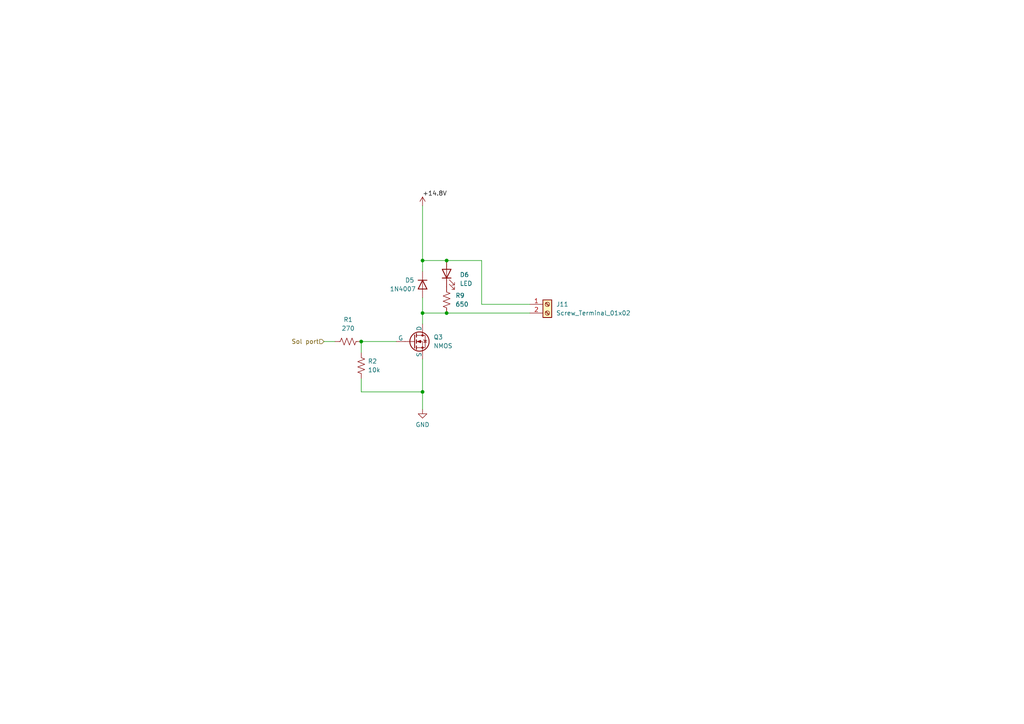
<source format=kicad_sch>
(kicad_sch (version 20230121) (generator eeschema)
  (paper "A4")
  (lib_symbols
    (symbol "Connector:Screw_Terminal_01x02" (pin_names (offset 1.016) hide)
      (property "Reference" "J" (at 0 2.54 0))
      (property "Value" "Screw_Terminal_01x02" (at 0 -5.08 0))
      (symbol "Screw_Terminal_01x02_1_1"
        (rectangle (start -1.27 1.27) (end 1.27 -3.81) (stroke (width 0.254)) (fill (type background)))
        (circle (center 0 -2.54) (radius 0.635) (stroke (width 0.1524)))
        (polyline (pts (xy -0.5334 -2.2098) (xy 0.3302 -3.048)) (stroke (width 0.1524)))
        (polyline (pts (xy -0.5334 0.3302) (xy 0.3302 -0.508)) (stroke (width 0.1524)))
        (polyline (pts (xy -0.3556 -2.032) (xy 0.508 -2.8702)) (stroke (width 0.1524)))
        (polyline (pts (xy -0.3556 0.508) (xy 0.508 -0.3302)) (stroke (width 0.1524)))
        (circle (center 0 0) (radius 0.635) (stroke (width 0.1524)))
        (pin passive line (at -5.08 0 0) (length 3.81) (name "Pin_1") (number "1"))
        (pin passive line (at -5.08 -2.54 0) (length 3.81) (name "Pin_2") (number "2"))
      )
    )
    (symbol "Device:LED" (pin_numbers hide) (pin_names (offset 1.016) hide)
      (property "Reference" "D" (at 0 2.54 0))
      (property "Value" "LED" (at 0 -2.54 0))
      (symbol "LED_0_1"
        (polyline (pts (xy -1.27 -1.27) (xy -1.27 1.27)) (stroke (width 0.254)))
        (polyline (pts (xy -1.27 0) (xy 1.27 0)))
        (polyline (pts (xy 1.27 -1.27) (xy 1.27 1.27) (xy -1.27 0) (xy 1.27 -1.27)) (stroke (width 0.254)))
        (polyline (pts (xy -3.048 -0.762) (xy -4.572 -2.286) (xy -3.81 -2.286) (xy -4.572 -2.286) (xy -4.572 -1.524)))
        (polyline (pts (xy -1.778 -0.762) (xy -3.302 -2.286) (xy -2.54 -2.286) (xy -3.302 -2.286) (xy -3.302 -1.524)))
      )
      (symbol "LED_1_1"
        (pin passive line (at -3.81 0 0) (length 2.54) (name "K") (number "1"))
        (pin passive line (at 3.81 0 180) (length 2.54) (name "A") (number "2"))
      )
    )
    (symbol "Device:R_US" (pin_numbers hide) (pin_names (offset 0))
      (property "Reference" "R" (at 2.54 0 90))
      (property "Value" "R_US" (at -2.54 0 90))
      (symbol "R_US_0_1"
        (polyline (pts (xy 0 -2.286) (xy 0 -2.54)))
        (polyline (pts (xy 0 2.286) (xy 0 2.54)))
        (polyline (pts (xy 0 -0.762) (xy 1.016 -1.143) (xy 0 -1.524) (xy -1.016 -1.905) (xy 0 -2.286)))
        (polyline (pts (xy 0 0.762) (xy 1.016 0.381) (xy 0 0) (xy -1.016 -0.381) (xy 0 -0.762)))
        (polyline (pts (xy 0 2.286) (xy 1.016 1.905) (xy 0 1.524) (xy -1.016 1.143) (xy 0 0.762)))
      )
      (symbol "R_US_1_1"
        (pin passive line (at 0 3.81 270) (length 1.27) (name "~") (number "1"))
        (pin passive line (at 0 -3.81 90) (length 1.27) (name "~") (number "2"))
      )
    )
    (symbol "Diode:1N4007" (pin_numbers hide) (pin_names hide)
      (property "Reference" "D" (at 0 2.54 0))
      (property "Value" "1N4007" (at 0 -2.54 0))
      (symbol "1N4007_0_1"
        (polyline (pts (xy -1.27 1.27) (xy -1.27 -1.27)) (stroke (width 0.254)))
        (polyline (pts (xy 1.27 0) (xy -1.27 0)))
        (polyline (pts (xy 1.27 1.27) (xy 1.27 -1.27) (xy -1.27 0) (xy 1.27 1.27)) (stroke (width 0.254)))
      )
      (symbol "1N4007_1_1"
        (pin passive line (at -3.81 0 0) (length 2.54) (name "K") (number "1"))
        (pin passive line (at 3.81 0 180) (length 2.54) (name "A") (number "2"))
      )
    )
    (symbol "Simulation_SPICE:NMOS" (pin_numbers hide) (pin_names (offset 0))
      (property "Reference" "Q" (at 5.08 1.27 0))
      (property "Value" "NMOS" (at 5.08 -1.27 0))
      (symbol "NMOS_0_1"
        (polyline (pts (xy 0.254 0) (xy -2.54 0)))
        (polyline (pts (xy 0.254 1.905) (xy 0.254 -1.905)) (stroke (width 0.254)))
        (polyline (pts (xy 0.762 -1.27) (xy 0.762 -2.286)) (stroke (width 0.254)))
        (polyline (pts (xy 0.762 0.508) (xy 0.762 -0.508)) (stroke (width 0.254)))
        (polyline (pts (xy 0.762 2.286) (xy 0.762 1.27)) (stroke (width 0.254)))
        (polyline (pts (xy 2.54 2.54) (xy 2.54 1.778)))
        (polyline (pts (xy 2.54 -2.54) (xy 2.54 0) (xy 0.762 0)))
        (polyline (pts (xy 0.762 -1.778) (xy 3.302 -1.778) (xy 3.302 1.778) (xy 0.762 1.778)))
        (polyline (pts (xy 1.016 0) (xy 2.032 0.381) (xy 2.032 -0.381) (xy 1.016 0)) (fill (type outline)))
        (polyline (pts (xy 2.794 0.508) (xy 2.921 0.381) (xy 3.683 0.381) (xy 3.81 0.254)))
        (polyline (pts (xy 3.302 0.381) (xy 2.921 -0.254) (xy 3.683 -0.254) (xy 3.302 0.381)))
        (circle (center 1.651 0) (radius 2.794) (stroke (width 0.254)))
        (circle (center 2.54 -1.778) (radius 0.254) (fill (type outline)))
        (circle (center 2.54 1.778) (radius 0.254) (fill (type outline)))
      )
      (symbol "NMOS_1_1"
        (pin passive line (at 2.54 5.08 270) (length 2.54) (name "D") (number "1"))
        (pin input line (at -5.08 0 0) (length 2.54) (name "G") (number "2"))
        (pin passive line (at 2.54 -5.08 90) (length 2.54) (name "S") (number "3"))
      )
    )
    (symbol "power:+12V" (power) (pin_names (offset 0))
      (property "Value" "+12V" (at 0 3.556 0))
      (symbol "+12V_0_1"
        (polyline (pts (xy -0.762 1.27) (xy 0 2.54)))
        (polyline (pts (xy 0 0) (xy 0 2.54)))
        (polyline (pts (xy 0 2.54) (xy 0.762 1.27)))
      )
      (symbol "+12V_1_1"
        (pin power_in line (at 0 0 90) (length 0) hide (name "+12V") (number "1"))
      )
    )
    (symbol "power:GND" (power) (pin_names (offset 0))
      (property "Value" "GND" (at 0 -3.81 0))
      (symbol "GND_0_1"
        (polyline (pts (xy 0 0) (xy 0 -1.27) (xy 1.27 -1.27) (xy 0 -2.54) (xy -1.27 -1.27) (xy 0 -1.27)))
      )
      (symbol "GND_1_1"
        (pin power_in line (at 0 0 270) (length 0) hide (name "GND") (number "1"))
      )
    )
  )
  (junction (at 122.555 75.565))
  (junction (at 129.54 75.565))
  (junction (at 122.555 90.805))
  (junction (at 104.775 99.06))
  (junction (at 122.555 113.665))
  (junction (at 129.54 90.805))
  (wire (pts (xy 104.775 109.855) (xy 104.775 113.665)))
  (wire (pts (xy 104.775 99.06) (xy 104.775 102.235)))
  (wire (pts (xy 122.555 86.36) (xy 122.555 90.805)))
  (wire (pts (xy 104.775 99.06) (xy 114.935 99.06)))
  (wire (pts (xy 104.775 113.665) (xy 122.555 113.665)))
  (wire (pts (xy 139.7 75.565) (xy 139.7 88.265)))
  (wire (pts (xy 122.555 90.805) (xy 129.54 90.805)))
  (wire (pts (xy 93.98 99.06) (xy 97.155 99.06)))
  (wire (pts (xy 122.555 90.805) (xy 122.555 93.98)))
  (wire (pts (xy 129.54 75.565) (xy 139.7 75.565)))
  (wire (pts (xy 129.54 90.805) (xy 153.67 90.805)))
  (wire (pts (xy 122.555 75.565) (xy 129.54 75.565)))
  (wire (pts (xy 122.555 104.14) (xy 122.555 113.665)))
  (wire (pts (xy 122.555 113.665) (xy 122.555 118.745)))
  (wire (pts (xy 122.555 75.565) (xy 122.555 78.74)))
  (wire (pts (xy 122.555 59.69) (xy 122.555 75.565)))
  (wire (pts (xy 139.7 88.265) (xy 153.67 88.265)))
  (label "+14.8V" (at 122.555 57.15 0))
  (hierarchical_label "Sol port" (shape input) (at 93.98 99.06 180))
  (symbol (lib_id "Simulation_SPICE:NMOS") (at 120.015 99.06 0) (unit 1)
    (property "Reference" "Q3" (at 125.73 97.79 0) (effects (justify left)))
    (property "Value" "NMOS" (at 125.73 100.33 0) (effects (justify left)))
    (property "Datasheet" "https://ngspice.sourceforge.io/docs/ngspice-manual.pdf" (effects hide))
    (property "Sim.Device" "NMOS" (effects hide))
    (property "Sim.Type" "VDMOS" (effects hide))
    (property "Sim.Pins" "1=D 2=G 3=S" (effects hide))
  )
  (symbol (lib_id "Device:LED") (at 129.54 79.375 90) (unit 1)
    (property "Reference" "D6" (at 133.35 79.6925 90) (effects (justify right)))
    (property "Value" "LED" (at 133.35 82.2325 90) (effects (justify right)))
  )
  (symbol (lib_id "Connector:Screw_Terminal_01x02") (at 158.75 88.265 0) (unit 1)
    (property "Reference" "J11" (at 161.29 88.265 0) (effects (justify left)))
    (property "Value" "Screw_Terminal_01x02" (at 161.29 90.805 0) (effects (justify left)))
  )
  (symbol (lib_id "Device:R_US") (at 100.965 99.06 90) (unit 1)
    (property "Reference" "R1" (at 100.965 92.71 90))
    (property "Value" "270" (at 100.965 95.25 90))
    (instances (project "control board" (path "" (reference "R1") (unit 1)) (path "" (reference "R3") (unit 1)) (path "" (reference "R7") (unit 1))))
  )
  (symbol (lib_id "Device:R_US") (at 104.775 106.045 0) (unit 1)
    (property "Reference" "R2" (at 106.68 104.775 0) (effects (justify left)))
    (property "Value" "10k" (at 106.68 107.315 0) (effects (justify left)))
    (instances (project "control board" (path "" (reference "R2") (unit 1)) (path "" (reference "R4") (unit 1)) (path "" (reference "R8") (unit 1))))
  )
  (symbol (lib_id "Device:R_US") (at 129.54 86.995 0) (unit 1)
    (property "Reference" "R9" (at 132.08 85.725 0) (effects (justify left)))
    (property "Value" "650" (at 132.08 88.265 0) (effects (justify left)))
  )
  (symbol (lib_id "power:GND") (at 122.555 118.745 0) (unit 1)
    (property "Reference" "#PWR09" (effects hide))
    (property "Value" "GND" (at 122.555 123.19 0))
  )
  (symbol (lib_id "power:+12V") (at 122.555 59.69 0) (unit 1)
    (property "Reference" "#PWR01" (effects hide))
    (property "Value" "+12V" (effects hide))
  )
  (symbol (lib_id "Diode:1N4007") (at 122.555 82.55 270) (unit 1)
    (property "Reference" "D5" (at 117.475 81.28 90) (effects (justify left)))
    (property "Value" "1N4007" (at 113.03 83.82 90) (effects (justify left)))
    (property "Footprint" "Diode_THT:D_DO-41_SOD81_P10.16mm_Horizontal" (effects hide))
    (property "Datasheet" "http://www.vishay.com/docs/88503/1n4001.pdf" (effects hide))
    (property "Sim.Device" "D" (effects hide))
    (property "Sim.Pins" "1=K 2=A" (effects hide))
  )
)
</source>
